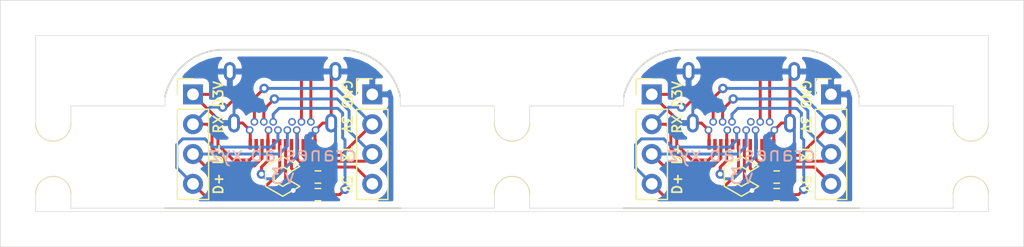
<source format=kicad_pcb>
(kicad_pcb (version 20211014) (generator pcbnew)
  (layers (0 "F.Cu" signal) (31 "B.Cu" signal) (34 "B.Paste" user) (35 "F.Paste" user) (36 "B.SilkS" user "B.Silkscreen") (37 "F.SilkS" user "F.Silkscreen") (38 "B.Mask" user) (39 "F.Mask" user) (44 "Edge.Cuts" user))
  (net 0 "")
  (net 1 "GND")
  (net 2 "3V3")
  (net 3 "TX-")
  (net 4 "VBUS")
  (net 5 "Net-(J1-PadA5)")
  (net 6 "D+")
  (net 7 "D-")
  (net 8 "Net-(J1-PadA8)")
  (net 9 "RX-")
  (net 10 "D3V")
  (net 11 "Net-(J1-PadB5)")
  (net 12 "Net-(J1-PadB8)")
  (footprint "Model_S:PinHeader_1x04_P2.54mm_Vertical" (layer "F.Cu") (at 47.62 33.015)
    (fp_text reference "J3" hide)
    (fp_text value "Conn_01x04")
    (pad "1" thru_hole rect locked (at 0 0) (size 1.7 1.7) (drill 1) (layers *.Cu *.Mask) (net 1 "GND"))
    (pad "2" thru_hole oval locked (at 0 2.54) (size 1.7 1.7) (drill 1) (layers *.Cu *.Mask) (net 2 "3V3"))
    (pad "3" thru_hole oval locked (at 0 5.08) (size 1.7 1.7) (drill 1) (layers *.Cu *.Mask) (net 3 "TX-"))
    (pad "4" thru_hole oval locked (at 0 7.62) (size 1.7 1.7) (drill 1) (layers *.Cu *.Mask) (net 4 "VBUS"))
  )
  (footprint "Model_S:Shou Han Type-C 24P QCHT" (layer "F.Cu") (at 40 29.205 180)
    (fp_text reference "J1" hide)
    (fp_text value "USB_C_Receptacle")
    (pad "" np_thru_hole circle locked (at -3.6 -7.5 180) (size 0.7 0.7) (drill 0.7) (layers *.Cu *.Mask))
    (pad "" np_thru_hole circle locked (at 3.75 -7.5 180) (size 0.7 0.7) (drill 0.7) (layers *.Cu *.Mask))
    (pad "A1" smd rect locked (at -2.75 -8.06 180) (size 0.3 0.9) (layers "F.Cu" "F.Paste" "F.Mask") (net 1 "GND"))
    (pad "A2" smd rect locked (at -2.25 -8.06 180) (size 0.3 0.9) (layers "F.Cu" "F.Paste" "F.Mask") (net 2 "3V3"))
    (pad "A3" smd rect locked (at -1.75 -8.06 180) (size 0.3 0.9) (layers "F.Cu" "F.Paste" "F.Mask") (net 3 "TX-"))
    (pad "A4" smd rect locked (at -1.25 -8.06 180) (size 0.3 0.9) (layers "F.Cu" "F.Paste" "F.Mask") (net 4 "VBUS"))
    (pad "A5" smd rect locked (at -0.75 -8.06 180) (size 0.3 0.9) (layers "F.Cu" "F.Paste" "F.Mask") (net 5 "Net-(J1-PadA5)"))
    (pad "A6" smd rect locked (at -0.25 -8.06 180) (size 0.3 0.9) (layers "F.Cu" "F.Paste" "F.Mask") (net 6 "D+"))
    (pad "A7" smd rect locked (at 0.25 -8.06 180) (size 0.3 0.9) (layers "F.Cu" "F.Paste" "F.Mask") (net 7 "D-"))
    (pad "A8" smd rect locked (at 0.75 -8.06 180) (size 0.3 0.9) (layers "F.Cu" "F.Paste" "F.Mask") (net 8 "Net-(J1-PadA8)"))
    (pad "A9" smd rect locked (at 1.25 -8.06 180) (size 0.3 0.9) (layers "F.Cu" "F.Paste" "F.Mask") (net 4 "VBUS"))
    (pad "A10" smd rect locked (at 1.75 -8.06 180) (size 0.3 0.9) (layers "F.Cu" "F.Paste" "F.Mask") (net 9 "RX-"))
    (pad "A11" smd rect locked (at 2.25 -8.06 180) (size 0.3 0.9) (layers "F.Cu" "F.Paste" "F.Mask") (net 10 "D3V"))
    (pad "A12" smd rect locked (at 2.75 -8.06 180) (size 0.3 0.9) (layers "F.Cu" "F.Paste" "F.Mask") (net 1 "GND"))
    (pad "B1" thru_hole circle locked (at 2.8 -6.85 180) (size 0.65 0.65) (drill 0.4) (layers *.Cu *.Mask) (net 1 "GND"))
    (pad "B2" thru_hole circle locked (at 2.4 -6.15 180) (size 0.65 0.65) (drill 0.4) (layers *.Cu *.Mask) (net 2 "3V3"))
    (pad "B3" thru_hole circle locked (at 1.6 -6.15 180) (size 0.65 0.65) (drill 0.4) (layers *.Cu *.Mask) (net 3 "TX-"))
    (pad "B4" thru_hole circle locked (at 1.2 -6.85 180) (size 0.65 0.65) (drill 0.4) (layers *.Cu *.Mask) (net 4 "VBUS"))
    (pad "B5" thru_hole circle locked (at 0.8 -6.15 180) (size 0.65 0.65) (drill 0.4) (layers *.Cu *.Mask) (net 11 "Net-(J1-PadB5)"))
    (pad "B6" thru_hole circle locked (at 0.4 -6.85 180) (size 0.65 0.65) (drill 0.4) (layers *.Cu *.Mask) (net 6 "D+"))
    (pad "B7" thru_hole circle locked (at -0.4 -6.85 180) (size 0.65 0.65) (drill 0.4) (layers *.Cu *.Mask) (net 7 "D-"))
    (pad "B8" thru_hole circle locked (at -0.8 -6.15 180) (size 0.65 0.65) (drill 0.4) (layers *.Cu *.Mask) (net 12 "Net-(J1-PadB8)"))
    (pad "B9" thru_hole circle locked (at -1.2 -6.85 180) (size 0.65 0.65) (drill 0.4) (layers *.Cu *.Mask) (net 4 "VBUS"))
    (pad "B10" thru_hole circle locked (at -1.6 -6.15 180) (size 0.65 0.65) (drill 0.4) (layers *.Cu *.Mask) (net 9 "RX-"))
    (pad "B11" thru_hole circle locked (at -2.4 -6.15 180) (size 0.65 0.65) (drill 0.4) (layers *.Cu *.Mask) (net 10 "D3V"))
    (pad "B12" thru_hole circle locked (at -2.8 -6.85 180) (size 0.65 0.65) (drill 0.4) (layers *.Cu *.Mask) (net 1 "GND"))
    (pad "S1" thru_hole oval locked (at -4.13 -6.25 180) (size 1 1.6) (drill oval 0.5 1.1) (layers *.Cu *.Mask) (net 1 "GND"))
    (pad "S1" thru_hole oval locked (at 4.49 -1.86 180) (size 1 1.6) (drill oval 0.5 1.1) (layers *.Cu *.Mask) (net 1 "GND"))
    (pad "S1" thru_hole oval locked (at 4.13 -6.25 180) (size 1 1.6) (drill oval 0.5 1.1) (layers *.Cu *.Mask) (net 1 "GND"))
    (pad "S1" thru_hole oval locked (at -4.49 -1.86 180) (size 1 1.6) (drill oval 0.5 1.1) (layers *.Cu *.Mask) (net 1 "GND"))
  )
  (footprint "Model_S:PinHeader_1x04_P2.54mm_Vertical" (layer "F.Cu") (at 32.38 33.015)
    (fp_text reference "J2" hide)
    (fp_text value "Conn_01x04")
    (pad "1" thru_hole rect locked (at 0 0) (size 1.7 1.7) (drill 1) (layers *.Cu *.Mask) (net 10 "D3V"))
    (pad "2" thru_hole oval locked (at 0 2.54) (size 1.7 1.7) (drill 1) (layers *.Cu *.Mask) (net 9 "RX-"))
    (pad "3" thru_hole oval locked (at 0 5.08) (size 1.7 1.7) (drill 1) (layers *.Cu *.Mask) (net 7 "D-"))
    (pad "4" thru_hole oval locked (at 0 7.62) (size 1.7 1.7) (drill 1) (layers *.Cu *.Mask) (net 6 "D+"))
  )
  (footprint "Model_S:USBC_C_Logo" (layer "F.Cu") (at 40 40)
    (fp_text reference "G***" hide)
    (fp_text value "LOGO" hide)
  )
  (footprint "Resistor_SMD:R_0603_1608Metric" (layer "F.Cu") (at 43 40.055 180)
    (fp_text reference "R1" hide)
    (fp_text value "R" hide)
    (pad "1" smd roundrect locked (at -0.825 0 180) (size 0.8 0.95) (layers "F.Cu" "F.Paste" "F.Mask") (net 1 "GND"))
    (pad "2" smd roundrect locked (at 0.825 0 180) (size 0.8 0.95) (layers "F.Cu" "F.Paste" "F.Mask") (net 5 "Net-(J1-PadA5)"))
  )
  (footprint "Resistor_SMD:R_0603_1608Metric" (layer "F.Cu") (at 43 41.555 180)
    (fp_text reference "R2" hide)
    (fp_text value "R" hide)
    (pad "1" smd roundrect locked (at -0.825 0 180) (size 0.8 0.95) (layers "F.Cu" "F.Paste" "F.Mask") (net 11 "Net-(J1-PadB5)"))
    (pad "2" smd roundrect locked (at 0.825 0 180) (size 0.8 0.95) (layers "F.Cu" "F.Paste" "F.Mask") (net 1 "GND"))
  )
  (footprint "Model_S:PinHeader_1x04_P2.54mm_Vertical" (layer "F.Cu") (at 86.62 33.015)
    (fp_text reference "J3" hide)
    (fp_text value "Conn_01x04")
    (pad "1" thru_hole rect locked (at 0 0) (size 1.7 1.7) (drill 1) (layers *.Cu *.Mask) (net 1 "GND"))
    (pad "2" thru_hole oval locked (at 0 2.54) (size 1.7 1.7) (drill 1) (layers *.Cu *.Mask) (net 2 "3V3"))
    (pad "3" thru_hole oval locked (at 0 5.08) (size 1.7 1.7) (drill 1) (layers *.Cu *.Mask) (net 3 "TX-"))
    (pad "4" thru_hole oval locked (at 0 7.62) (size 1.7 1.7) (drill 1) (layers *.Cu *.Mask) (net 4 "VBUS"))
  )
  (footprint "Model_S:PinHeader_1x04_P2.54mm_Vertical" (layer "F.Cu") (at 71.38 33.015)
    (fp_text reference "J2" hide)
    (fp_text value "Conn_01x04")
    (pad "1" thru_hole rect locked (at 0 0) (size 1.7 1.7) (drill 1) (layers *.Cu *.Mask) (net 10 "D3V"))
    (pad "2" thru_hole oval locked (at 0 2.54) (size 1.7 1.7) (drill 1) (layers *.Cu *.Mask) (net 9 "RX-"))
    (pad "3" thru_hole oval locked (at 0 5.08) (size 1.7 1.7) (drill 1) (layers *.Cu *.Mask) (net 7 "D-"))
    (pad "4" thru_hole oval locked (at 0 7.62) (size 1.7 1.7) (drill 1) (layers *.Cu *.Mask) (net 6 "D+"))
  )
  (footprint "panelization:mouse-bite-3mm-slot" (layer "F.Cu") (at 98.5 38.5 90)
    (fp_text reference "mouse-bite-3mm-slot" hide)
    (fp_text value "VAL**" hide)
    (pad "" np_thru_hole circle locked (at -0.762 1.5 90) (size 0.5 0.5) (drill 0.5) (layers *.Cu *.Mask))
    (pad "" np_thru_hole circle locked (at -1.512 -1.5 90) (size 0.5 0.5) (drill 0.5) (layers *.Cu *.Mask))
    (pad "" np_thru_hole circle locked (at 1.524 1.5 90) (size 0.5 0.5) (drill 0.5) (layers *.Cu *.Mask))
    (pad "" np_thru_hole circle locked (at 1.524 -1.5 90) (size 0.5 0.5) (drill 0.5) (layers *.Cu *.Mask))
    (pad "" np_thru_hole circle locked (at -0.75 -1.5 90) (size 0.5 0.5) (drill 0.5) (layers *.Cu *.Mask))
    (pad "" np_thru_hole circle locked (at 0.75 -1.5 90) (size 0.5 0.5) (drill 0.5) (layers *.Cu *.Mask))
    (pad "" np_thru_hole circle locked (at 0 -1.5 90) (size 0.5 0.5) (drill 0.5) (layers *.Cu *.Mask))
    (pad "" np_thru_hole circle locked (at 0.75 1.5 90) (size 0.5 0.5) (drill 0.5) (layers *.Cu *.Mask))
    (pad "" np_thru_hole circle locked (at -1.512 1.5 90) (size 0.5 0.5) (drill 0.5) (layers *.Cu *.Mask))
    (pad "" np_thru_hole circle locked (at 0 1.5 90) (size 0.5 0.5) (drill 0.5) (layers *.Cu *.Mask))
  )
  (footprint "MountingHole:MountingHole_3.2mm_M3" (layer "F.Cu") (at 65.03 38.095)
    (fp_text reference "REF**" hide)
    (fp_text value "MountingHole_3.2mm_M3")
    (pad "" np_thru_hole circle (at 0 0) (size 3.2 3.2) (drill 3.2) (layers *.Cu *.Mask))
  )
  (footprint "MountingHole:MountingHole_3.2mm_M3" (layer "F.Cu") (at 26.03 38.095)
    (fp_text reference "REF**" hide)
    (fp_text value "MountingHole_3.2mm_M3")
    (pad "" np_thru_hole circle (at 0 0) (size 3.2 3.2) (drill 3.2) (layers *.Cu *.Mask))
  )
  (footprint "Model_S:USBC_C_Logo" (layer "F.Cu") (at 79 40)
    (fp_text reference "G***" hide)
    (fp_text value "LOGO" hide)
  )
  (footprint "panelization:mouse-bite-3mm-slot" (layer "F.Cu") (at 20.5 38.5 90)
    (fp_text reference "mouse-bite-3mm-slot" hide)
    (fp_text value "VAL**" hide)
    (pad "" np_thru_hole circle locked (at -1.512 -1.5 90) (size 0.5 0.5) (drill 0.5) (layers *.Cu *.Mask))
    (pad "" np_thru_hole circle locked (at 0 -1.5 90) (size 0.5 0.5) (drill 0.5) (layers *.Cu *.Mask))
    (pad "" np_thru_hole circle locked (at 0.75 1.5 90) (size 0.5 0.5) (drill 0.5) (layers *.Cu *.Mask))
    (pad "" np_thru_hole circle locked (at -1.512 1.5 90) (size 0.5 0.5) (drill 0.5) (layers *.Cu *.Mask))
    (pad "" np_thru_hole circle locked (at 0 1.5 90) (size 0.5 0.5) (drill 0.5) (layers *.Cu *.Mask))
    (pad "" np_thru_hole circle locked (at -0.75 -1.5 90) (size 0.5 0.5) (drill 0.5) (layers *.Cu *.Mask))
    (pad "" np_thru_hole circle locked (at -0.762 1.5 90) (size 0.5 0.5) (drill 0.5) (layers *.Cu *.Mask))
    (pad "" np_thru_hole circle locked (at 1.524 -1.5 90) (size 0.5 0.5) (drill 0.5) (layers *.Cu *.Mask))
    (pad "" np_thru_hole circle locked (at 1.524 1.5 90) (size 0.5 0.5) (drill 0.5) (layers *.Cu *.Mask))
    (pad "" np_thru_hole circle locked (at 0.75 -1.5 90) (size 0.5 0.5) (drill 0.5) (layers *.Cu *.Mask))
  )
  (footprint "panelization:mouse-bite-3mm-slot" (layer "F.Cu") (at 59.5 38.5 90)
    (fp_text reference "mouse-bite-3mm-slot" hide)
    (fp_text value "VAL**" hide)
    (pad "" np_thru_hole circle locked (at 0 -1.5 90) (size 0.5 0.5) (drill 0.5) (layers *.Cu *.Mask))
    (pad "" np_thru_hole circle locked (at -1.512 1.5 90) (size 0.5 0.5) (drill 0.5) (layers *.Cu *.Mask))
    (pad "" np_thru_hole circle locked (at 0.75 -1.5 90) (size 0.5 0.5) (drill 0.5) (layers *.Cu *.Mask))
    (pad "" np_thru_hole circle locked (at -1.512 -1.5 90) (size 0.5 0.5) (drill 0.5) (layers *.Cu *.Mask))
    (pad "" np_thru_hole circle locked (at 0.75 1.5 90) (size 0.5 0.5) (drill 0.5) (layers *.Cu *.Mask))
    (pad "" np_thru_hole circle locked (at -0.75 -1.5 90) (size 0.5 0.5) (drill 0.5) (layers *.Cu *.Mask))
    (pad "" np_thru_hole circle locked (at 1.524 1.5 90) (size 0.5 0.5) (drill 0.5) (layers *.Cu *.Mask))
    (pad "" np_thru_hole circle locked (at 0 1.5 90) (size 0.5 0.5) (drill 0.5) (layers *.Cu *.Mask))
    (pad "" np_thru_hole circle locked (at -0.762 1.5 90) (size 0.5 0.5) (drill 0.5) (layers *.Cu *.Mask))
    (pad "" np_thru_hole circle locked (at 1.524 -1.5 90) (size 0.5 0.5) (drill 0.5) (layers *.Cu *.Mask))
  )
  (footprint "MountingHole:MountingHole_3.2mm_M3" (layer "F.Cu") (at 53.97 38.095)
    (fp_text reference "REF**" hide)
    (fp_text value "MountingHole_3.2mm_M3")
    (pad "" np_thru_hole circle (at 0 0) (size 3.2 3.2) (drill 3.2) (layers *.Cu *.Mask))
  )
  (footprint "Model_S:Shou Han Type-C 24P QCHT" (layer "F.Cu") (at 79 29.205 180)
    (fp_text reference "J1" hide)
    (fp_text value "USB_C_Receptacle")
    (pad "" np_thru_hole circle locked (at 3.75 -7.5 180) (size 0.7 0.7) (drill 0.7) (layers *.Cu *.Mask))
    (pad "" np_thru_hole circle locked (at -3.6 -7.5 180) (size 0.7 0.7) (drill 0.7) (layers *.Cu *.Mask))
    (pad "A1" smd rect locked (at -2.75 -8.06 180) (size 0.3 0.9) (layers "F.Cu" "F.Paste" "F.Mask") (net 1 "GND"))
    (pad "A2" smd rect locked (at -2.25 -8.06 180) (size 0.3 0.9) (layers "F.Cu" "F.Paste" "F.Mask") (net 2 "3V3"))
    (pad "A3" smd rect locked (at -1.75 -8.06 180) (size 0.3 0.9) (layers "F.Cu" "F.Paste" "F.Mask") (net 3 "TX-"))
    (pad "A4" smd rect locked (at -1.25 -8.06 180) (size 0.3 0.9) (layers "F.Cu" "F.Paste" "F.Mask") (net 4 "VBUS"))
    (pad "A5" smd rect locked (at -0.75 -8.06 180) (size 0.3 0.9) (layers "F.Cu" "F.Paste" "F.Mask") (net 5 "Net-(J1-PadA5)"))
    (pad "A6" smd rect locked (at -0.25 -8.06 180) (size 0.3 0.9) (layers "F.Cu" "F.Paste" "F.Mask") (net 6 "D+"))
    (pad "A7" smd rect locked (at 0.25 -8.06 180) (size 0.3 0.9) (layers "F.Cu" "F.Paste" "F.Mask") (net 7 "D-"))
    (pad "A8" smd rect locked (at 0.75 -8.06 180) (size 0.3 0.9) (layers "F.Cu" "F.Paste" "F.Mask") (net 8 "Net-(J1-PadA8)"))
    (pad "A9" smd rect locked (at 1.25 -8.06 180) (size 0.3 0.9) (layers "F.Cu" "F.Paste" "F.Mask") (net 4 "VBUS"))
    (pad "A10" smd rect locked (at 1.75 -8.06 180) (size 0.3 0.9) (layers "F.Cu" "F.Paste" "F.Mask") (net 9 "RX-"))
    (pad "A11" smd rect locked (at 2.25 -8.06 180) (size 0.3 0.9) (layers "F.Cu" "F.Paste" "F.Mask") (net 10 "D3V"))
    (pad "A12" smd rect locked (at 2.75 -8.06 180) (size 0.3 0.9) (layers "F.Cu" "F.Paste" "F.Mask") (net 1 "GND"))
    (pad "B1" thru_hole circle locked (at 2.8 -6.85 180) (size 0.65 0.65) (drill 0.4) (layers *.Cu *.Mask) (net 1 "GND"))
    (pad "B2" thru_hole circle locked (at 2.4 -6.15 180) (size 0.65 0.65) (drill 0.4) (layers *.Cu *.Mask) (net 2 "3V3"))
    (pad "B3" thru_hole circle locked (at 1.6 -6.15 180) (size 0.65 0.65) (drill 0.4) (layers *.Cu *.Mask) (net 3 "TX-"))
    (pad "B4" thru_hole circle locked (at 1.2 -6.85 180) (size 0.65 0.65) (drill 0.4) (layers *.Cu *.Mask) (net 4 "VBUS"))
    (pad "B5" thru_hole circle locked (at 0.8 -6.15 180) (size 0.65 0.65) (drill 0.4) (layers *.Cu *.Mask) (net 11 "Net-(J1-PadB5)"))
    (pad "B6" thru_hole circle locked (at 0.4 -6.85 180) (size 0.65 0.65) (drill 0.4) (layers *.Cu *.Mask) (net 6 "D+"))
    (pad "B7" thru_hole circle locked (at -0.4 -6.85 180) (size 0.65 0.65) (drill 0.4) (layers *.Cu *.Mask) (net 7 "D-"))
    (pad "B8" thru_hole circle locked (at -0.8 -6.15 180) (size 0.65 0.65) (drill 0.4) (layers *.Cu *.Mask) (net 12 "Net-(J1-PadB8)"))
    (pad "B9" thru_hole circle locked (at -1.2 -6.85 180) (size 0.65 0.65) (drill 0.4) (layers *.Cu *.Mask) (net 4 "VBUS"))
    (pad "B10" thru_hole circle locked (at -1.6 -6.15 180) (size 0.65 0.65) (drill 0.4) (layers *.Cu *.Mask) (net 9 "RX-"))
    (pad "B11" thru_hole circle locked (at -2.4 -6.15 180) (size 0.65 0.65) (drill 0.4) (layers *.Cu *.Mask) (net 10 "D3V"))
    (pad "B12" thru_hole circle locked (at -2.8 -6.85 180) (size 0.65 0.65) (drill 0.4) (layers *.Cu *.Mask) (net 1 "GND"))
    (pad "S1" thru_hole oval locked (at -4.13 -6.25 180) (size 1 1.6) (drill oval 0.5 1.1) (layers *.Cu *.Mask) (net 1 "GND"))
    (pad "S1" thru_hole oval locked (at 4.13 -6.25 180) (size 1 1.6) (drill oval 0.5 1.1) (layers *.Cu *.Mask) (net 1 "GND"))
    (pad "S1" thru_hole oval locked (at -4.49 -1.86 180) (size 1 1.6) (drill oval 0.5 1.1) (layers *.Cu *.Mask) (net 1 "GND"))
    (pad "S1" thru_hole oval locked (at 4.49 -1.86 180) (size 1 1.6) (drill oval 0.5 1.1) (layers *.Cu *.Mask) (net 1 "GND"))
  )
  (footprint "Resistor_SMD:R_0603_1608Metric" (layer "F.Cu") (at 82 41.555 180)
    (fp_text reference "R2" hide)
    (fp_text value "R" hide)
    (pad "1" smd roundrect locked (at -0.825 0 180) (size 0.8 0.95) (layers "F.Cu" "F.Paste" "F.Mask") (net 11 "Net-(J1-PadB5)"))
    (pad "2" smd roundrect locked (at 0.825 0 180) (size 0.8 0.95) (layers "F.Cu" "F.Paste" "F.Mask") (net 1 "GND"))
  )
  (footprint "Resistor_SMD:R_0603_1608Metric" (layer "F.Cu") (at 82 40.055 180)
    (fp_text reference "R1" hide)
    (fp_text value "R" hide)
    (pad "1" smd roundrect locked (at -0.825 0 180) (size 0.8 0.95) (layers "F.Cu" "F.Paste" "F.Mask") (net 1 "GND"))
    (pad "2" smd roundrect locked (at 0.825 0 180) (size 0.8 0.95) (layers "F.Cu" "F.Paste" "F.Mask") (net 5 "Net-(J1-PadA5)"))
  )
  (footprint "MountingHole:MountingHole_3.2mm_M3" (layer "F.Cu") (at 92.97 38.095)
    (fp_text reference "REF**" hide)
    (fp_text value "MountingHole_3.2mm_M3")
    (pad "" np_thru_hole circle (at 0 0) (size 3.2 3.2) (drill 3.2) (layers *.Cu *.Mask))
  )
  (gr_line (start 35 29.205) (end 45 29.205) (layer "Edge.Cuts") (width 0.1524))
  (gr_arc (start 45 29.205) (mid 48.201562 30.328047) (end 50 33.205) (layer "Edge.Cuts") (width 0.1524))
  (gr_arc (start 30 33.205) (mid 31.798438 30.328047) (end 35 29.205) (layer "Edge.Cuts") (width 0.1524))
  (gr_line (start 30 42.705) (end 50 42.705) (layer "Edge.Cuts") (width 0.1524))
  (gr_line (start 58 35.5) (end 58 34) (layer "Edge.Cuts") (width 0.05))
  (gr_line (start 50 33.205) (end 50 34) (layer "Edge.Cuts") (width 0.05))
  (gr_arc (start 100 35.5) (mid 98.5 37) (end 97 35.5) (layer "Edge.Cuts") (width 0.05))
  (gr_line (start 100 35.5) (end 100 28) (layer "Edge.Cuts") (width 0.05))
  (gr_arc (start 58 41.5) (mid 59.5 40) (end 61 41.5) (layer "Edge.Cuts") (width 0.05))
  (gr_line (start 22 42.705) (end 22.38 42.705) (layer "Edge.Cuts") (width 0.05))
  (gr_line (start 19 43) (end 19 41.5) (layer "Edge.Cuts") (width 0.05))
  (gr_line (start 69 33.205) (end 69 34) (layer "Edge.Cuts") (width 0.05))
  (gr_line (start 50 34) (end 58 34) (layer "Edge.Cuts") (width 0.05))
  (gr_line (start 16 25) (end 16 46) (layer "Edge.Cuts") (width 0.05))
  (gr_arc (start 19 41.5) (mid 20.5 40) (end 22 41.5) (layer "Edge.Cuts") (width 0.05))
  (gr_line (start 58 42.705) (end 57.62 42.705) (layer "Edge.Cuts") (width 0.05))
  (gr_arc (start 97 41.5) (mid 98.5 40) (end 100 41.5) (layer "Edge.Cuts") (width 0.05))
  (gr_line (start 16 46) (end 103 46) (layer "Edge.Cuts") (width 0.05))
  (gr_line (start 61 41.5) (end 61 42.705) (layer "Edge.Cuts") (width 0.05))
  (gr_line (start 97 41.5) (end 97 42.705) (layer "Edge.Cuts") (width 0.05))
  (gr_arc (start 61 35.5) (mid 59.5 37) (end 58 35.5) (layer "Edge.Cuts") (width 0.05))
  (gr_line (start 30 34) (end 22 34) (layer "Edge.Cuts") (width 0.05))
  (gr_line (start 69 34) (end 61 34) (layer "Edge.Cuts") (width 0.05))
  (gr_line (start 16 25) (end 103 25) (layer "Edge.Cuts") (width 0.05))
  (gr_line (start 69 42.705) (end 89 42.705) (layer "Edge.Cuts") (width 0.1524))
  (gr_arc (start 69 33.205) (mid 70.798438 30.328047) (end 74 29.205) (layer "Edge.Cuts") (width 0.1524))
  (gr_line (start 100 43) (end 19 43) (layer "Edge.Cuts") (width 0.05))
  (gr_line (start 97 35.5) (end 97 34) (layer "Edge.Cuts") (width 0.05))
  (gr_line (start 100 41.5) (end 100 43) (layer "Edge.Cuts") (width 0.05))
  (gr_line (start 58 41.5) (end 58 42.705) (layer "Edge.Cuts") (width 0.05))
  (gr_line (start 89 33.205) (end 89 34) (layer "Edge.Cuts") (width 0.05))
  (gr_line (start 19 28) (end 19 35.5) (layer "Edge.Cuts") (width 0.05))
  (gr_line (start 61 42.705) (end 61.38 42.705) (layer "Edge.Cuts") (width 0.05))
  (gr_arc (start 22 35.5) (mid 20.5 37) (end 19 35.5) (layer "Edge.Cuts") (width 0.05))
  (gr_line (start 61 35.5) (end 61 34) (layer "Edge.Cuts") (width 0.05))
  (gr_line (start 57.62 42.705) (end 50 42.705) (layer "Edge.Cuts") (width 0.05))
  (gr_line (start 103 46) (end 103 25) (layer "Edge.Cuts") (width 0.05))
  (gr_line (start 89 34) (end 97 34) (layer "Edge.Cuts") (width 0.05))
  (gr_line (start 30 33.205) (end 30 34) (layer "Edge.Cuts") (width 0.05))
  (gr_line (start 97 42.705) (end 96.62 42.705) (layer "Edge.Cuts") (width 0.05))
  (gr_line (start 22 35.5) (end 22 34) (layer "Edge.Cuts") (width 0.05))
  (gr_line (start 22.38 42.705) (end 30 42.705) (layer "Edge.Cuts") (width 0.05))
  (gr_arc (start 84 29.205) (mid 87.201562 30.328047) (end 89 33.205) (layer "Edge.Cuts") (width 0.1524))
  (gr_line (start 61.38 42.705) (end 69 42.705) (layer "Edge.Cuts") (width 0.05))
  (gr_line (start 96.62 42.705) (end 89 42.705) (layer "Edge.Cuts") (width 0.05))
  (gr_line (start 22 41.5) (end 22 42.705) (layer "Edge.Cuts") (width 0.05))
  (gr_line (start 100 28) (end 19 28) (layer "Edge.Cuts") (width 0.05))
  (gr_line (start 74 29.205) (end 84 29.205) (layer "Edge.Cuts") (width 0.1524))
  (gr_text "craneslab.xyz" (at 79 38.095) (layer "B.SilkS") (effects (font (size 1.25 1.25)) (justify mirror)))
  (gr_text "v3" (at 40 40) (layer "B.SilkS") (effects (font (size 1.25 1.25)) (justify mirror)))
  (gr_text "v3" (at 79 40) (layer "B.SilkS") (effects (font (size 1.25 1.25)) (justify mirror)))
  (gr_text "craneslab.xyz" (at 40 38.095) (layer "B.SilkS") (effects (font (size 1.25 1.25)) (justify mirror)))
  (gr_text "TX" (at 45.461 38.095 -90) (layer "F.SilkS") (effects (font (size 0.8 0.8))))
  (gr_text "D+" (at 34.539 40.635 90) (layer "F.SilkS") (effects (font (size 0.8 0.8))))
  (gr_text "GND" (at 45.461 33.015 -90) (layer "F.SilkS") (effects (font (size 0.8 0.8))))
  (gr_text "D3V" (at 34.539 33.015 90) (layer "F.SilkS") (effects (font (size 0.8 0.8))))
  (gr_text "5V\n" (at 45.461 40.635 -90) (layer "F.SilkS") (effects (font (size 0.8 0.8))))
  (gr_text "D-" (at 34.539 38.095 90) (layer "F.SilkS") (effects (font (size 0.8 0.8))))
  (gr_text "RX" (at 34.539 35.555 90) (layer "F.SilkS") (effects (font (size 0.8 0.8))))
  (gr_text "3V" (at 45.461 35.555 -90) (layer "F.SilkS") (effects (font (size 0.8 0.8))))
  (gr_text "D3V" (at 73.539 33.015 90) (layer "F.SilkS") (effects (font (size 0.8 0.8))))
  (gr_text "3V" (at 84.461 35.555 -90) (layer "F.SilkS") (effects (font (size 0.8 0.8))))
  (gr_text "GND" (at 84.461 33.015 -90) (layer "F.SilkS") (effects (font (size 0.8 0.8))))
  (gr_text "D+" (at 73.539 40.635 90) (layer "F.SilkS") (effects (font (size 0.8 0.8))))
  (gr_text "TX" (at 84.461 38.095 -90) (layer "F.SilkS") (effects (font (size 0.8 0.8))))
  (gr_text "5V\n" (at 84.461 40.635 -90) (layer "F.SilkS") (effects (font (size 0.8 0.8))))
  (gr_text "RX" (at 73.539 35.555 90) (layer "F.SilkS") (effects (font (size 0.8 0.8))))
  (gr_text "D-" (at 73.539 38.095 90) (layer "F.SilkS") (effects (font (size 0.8 0.8))))
  (segment (start 82.4 35.455) (end 81.8 36.055) (width 0.25) (layer "F.Cu") (net 1))
  (segment (start 37.25 37.265) (end 37.25 36.105) (width 0.25) (layer "F.Cu") (net 1))
  (segment (start 41.25 41.555) (end 40.9 41.205) (width 0.25) (layer "F.Cu") (net 1))
  (segment (start 74.87 35.455) (end 75.6 35.455) (width 0.25) (layer "F.Cu") (net 1))
  (segment (start 83.13 35.455) (end 83.13 31.425) (width 0.25) (layer "F.Cu") (net 1))
  (segment (start 81.75 37.265) (end 81.75 36.105) (width 0.25) (layer "F.Cu") (net 1))
  (segment (start 42.175 41.555) (end 42.325 41.555) (width 0.25) (layer "F.Cu") (net 1))
  (segment (start 44.13 35.455) (end 43.4 35.455) (width 0.25) (layer "F.Cu") (net 1))
  (segment (start 75.6 35.455) (end 76.2 36.055) (width 0.25) (layer "F.Cu") (net 1))
  (segment (start 81.75 36.105) (end 81.8 36.055) (width 0.25) (layer "F.Cu") (net 1))
  (segment (start 83.13 31.425) (end 83.49 31.065) (width 0.25) (layer "F.Cu") (net 1))
  (segment (start 44.13 31.425) (end 44.49 31.065) (width 0.25) (layer "F.Cu") (net 1))
  (segment (start 42.75 36.105) (end 42.8 36.055) (width 0.25) (layer "F.Cu") (net 1))
  (segment (start 81.325 41.555) (end 82.825 40.055) (width 0.25) (layer "F.Cu") (net 1))
  (segment (start 76.25 36.105) (end 76.2 36.055) (width 0.25) (layer "F.Cu") (net 1))
  (segment (start 83.13 35.455) (end 82.4 35.455) (width 0.25) (layer "F.Cu") (net 1))
  (segment (start 37.25 36.105) (end 37.2 36.055) (width 0.25) (layer "F.Cu") (net 1))
  (segment (start 42.325 41.555) (end 43.825 40.055) (width 0.25) (layer "F.Cu") (net 1))
  (segment (start 36.6 35.455) (end 37.2 36.055) (width 0.25) (layer "F.Cu") (net 1))
  (segment (start 80.25 41.555) (end 79.9 41.205) (width 0.25) (layer "F.Cu") (net 1))
  (segment (start 81.175 41.555) (end 80.25 41.555) (width 0.25) (layer "F.Cu") (net 1))
  (segment (start 43.4 35.455) (end 42.8 36.055) (width 0.25) (layer "F.Cu") (net 1))
  (segment (start 42.175 41.555) (end 41.25 41.555) (width 0.25) (layer "F.Cu") (net 1))
  (segment (start 76.25 37.265) (end 76.25 36.105) (width 0.25) (layer "F.Cu") (net 1))
  (segment (start 81.175 41.555) (end 81.325 41.555) (width 0.25) (layer "F.Cu") (net 1))
  (segment (start 35.87 35.455) (end 36.6 35.455) (width 0.25) (layer "F.Cu") (net 1))
  (segment (start 44.13 35.455) (end 44.13 31.425) (width 0.25) (layer "F.Cu") (net 1))
  (segment (start 42.75 37.265) (end 42.75 36.105) (width 0.25) (layer "F.Cu") (net 1))
  (via (at 79.9 41.205) (size 0.8) (drill 0.4) (layers "F.Cu" "B.Cu") (net 1))
  (via (at 40.9 41.205) (size 0.8) (drill 0.4) (layers "F.Cu" "B.Cu") (net 1))
  (segment (start 79.9 41.205) (end 79.9 39.605) (width 0.25) (layer "B.Cu") (net 1))
  (segment (start 83.5 35.825) (end 83.13 35.455) (width 0.25) (layer "B.Cu") (net 1))
  (segment (start 74.87 32.775) (end 74.87 35.455) (width 0.25) (layer "B.Cu") (net 1))
  (segment (start 41.6 38.905) (end 43.2 38.905) (width 0.25) (layer "B.Cu") (net 1))
  (segment (start 40.9 41.205) (end 40.9 39.605) (width 0.25) (layer "B.Cu") (net 1))
  (segment (start 35.51 31.065) (end 35.51 32.415) (width 0.25) (layer "B.Cu") (net 1))
  (segment (start 43.2 38.905) (end 44.5 37.605) (width 0.25) (layer "B.Cu") (net 1))
  (segment (start 44.5 37.605) (end 44.5 35.825) (width 0.25) (layer "B.Cu") (net 1))
  (segment (start 35.51 32.415) (end 35.87 32.775) (width 0.25) (layer "B.Cu") (net 1))
  (segment (start 74.51 32.415) (end 74.87 32.775) (width 0.25) (layer "B.Cu") (net 1))
  (segment (start 40.9 39.605) (end 41.6 38.905) (width 0.25) (layer "B.Cu") (net 1))
  (segment (start 80.6 38.905) (end 82.2 38.905) (width 0.25) (layer "B.Cu") (net 1))
  (segment (start 44.5 35.825) (end 44.13 35.455) (width 0.25) (layer "B.Cu") (net 1))
  (segment (start 82.2 38.905) (end 83.5 37.605) (width 0.25) (layer "B.Cu") (net 1))
  (segment (start 74.51 31.065) (end 74.51 32.415) (width 0.25) (layer "B.Cu") (net 1))
  (segment (start 35.87 32.775) (end 35.87 35.455) (width 0.25) (layer "B.Cu") (net 1))
  (segment (start 83.5 37.605) (end 83.5 35.825) (width 0.25) (layer "B.Cu") (net 1))
  (segment (start 79.9 39.605) (end 80.6 38.905) (width 0.25) (layer "B.Cu") (net 1))
  (segment (start 76.6 33.330782) (end 77.425782 32.505) (width 0.25) (layer "F.Cu") (net 2))
  (segment (start 86.62 35.555) (end 83.97 38.205) (width 0.25) (layer "F.Cu") (net 2))
  (segment (start 37.6 35.355) (end 37.6 33.330782) (width 0.25) (layer "F.Cu") (net 2))
  (segment (start 37.6 33.330782) (end 38.425782 32.505) (width 0.25) (layer "F.Cu") (net 2))
  (segment (start 42.5 38.205) (end 42.25 37.955) (width 0.25) (layer "F.Cu") (net 2))
  (segment (start 83.97 38.205) (end 81.5 38.205) (width 0.25) (layer "F.Cu") (net 2))
  (segment (start 44.97 38.205) (end 42.5 38.205) (width 0.25) (layer "F.Cu") (net 2))
  (segment (start 42.25 37.955) (end 42.25 37.265) (width 0.25) (layer "F.Cu") (net 2))
  (segment (start 47.62 35.555) (end 44.97 38.205) (width 0.25) (layer "F.Cu") (net 2))
  (segment (start 81.5 38.205) (end 81.25 37.955) (width 0.25) (layer "F.Cu") (net 2))
  (segment (start 76.6 35.355) (end 76.6 33.330782) (width 0.25) (layer "F.Cu") (net 2))
  (segment (start 81.25 37.955) (end 81.25 37.265) (width 0.25) (layer "F.Cu") (net 2))
  (via (at 77.425782 32.505) (size 0.8) (drill 0.4) (layers "F.Cu" "B.Cu") (net 2))
  (via (at 38.425782 32.505) (size 0.8) (drill 0.4) (layers "F.Cu" "B.Cu") (net 2))
  (segment (start 86.62 35.555) (end 83.57 32.505) (width 0.25) (layer "B.Cu") (net 2))
  (segment (start 47.62 35.555) (end 44.57 32.505) (width 0.25) (layer "B.Cu") (net 2))
  (segment (start 44.57 32.505) (end 38.425782 32.505) (width 0.25) (layer "B.Cu") (net 2))
  (segment (start 83.57 32.505) (end 77.425782 32.505) (width 0.25) (layer "B.Cu") (net 2))
  (segment (start 38.4 34.305) (end 39.3 33.405) (width 0.25) (layer "F.Cu") (net 3))
  (segment (start 41.75 38.255) (end 41.75 37.265) (width 0.25) (layer "F.Cu") (net 3))
  (segment (start 86.62 38.095) (end 86.01 38.705) (width 0.25) (layer "F.Cu") (net 3))
  (segment (start 77.4 35.355) (end 77.4 34.305) (width 0.25) (layer "F.Cu") (net 3))
  (segment (start 80.75 38.255) (end 80.75 37.265) (width 0.25) (layer "F.Cu") (net 3))
  (segment (start 42.2 38.705) (end 41.75 38.255) (width 0.25) (layer "F.Cu") (net 3))
  (segment (start 38.4 35.355) (end 38.4 34.305) (width 0.25) (layer "F.Cu") (net 3))
  (segment (start 81.2 38.705) (end 80.75 38.255) (width 0.25) (layer "F.Cu") (net 3))
  (segment (start 77.4 34.305) (end 78.3 33.405) (width 0.25) (layer "F.Cu") (net 3))
  (segment (start 86.01 38.705) (end 81.2 38.705) (width 0.25) (layer "F.Cu") (net 3))
  (segment (start 47.01 38.705) (end 42.2 38.705) (width 0.25) (layer "F.Cu") (net 3))
  (segment (start 47.62 38.095) (end 47.01 38.705) (width 0.25) (layer "F.Cu") (net 3))
  (via (at 78.3 33.405) (size 0.8) (drill 0.4) (layers "F.Cu" "B.Cu") (net 3))
  (via (at 39.3 33.405) (size 0.8) (drill 0.4) (layers "F.Cu" "B.Cu") (net 3))
  (segment (start 47.62 38.095) (end 45.65 36.125) (width 0.25) (layer "B.Cu") (net 3))
  (segment (start 44.65 33.405) (end 39.3 33.405) (width 0.25) (layer "B.Cu") (net 3))
  (segment (start 83.65 33.405) (end 78.3 33.405) (width 0.25) (layer "B.Cu") (net 3))
  (segment (start 84.65 34.405) (end 83.65 33.405) (width 0.25) (layer "B.Cu") (net 3))
  (segment (start 45.65 34.405) (end 44.65 33.405) (width 0.25) (layer "B.Cu") (net 3))
  (segment (start 86.62 38.095) (end 84.65 36.125) (width 0.25) (layer "B.Cu") (net 3))
  (segment (start 45.65 36.125) (end 45.65 34.405) (width 0.25) (layer "B.Cu") (net 3))
  (segment (start 84.65 36.125) (end 84.65 34.405) (width 0.25) (layer "B.Cu") (net 3))
  (segment (start 41.25 37.265) (end 41.25 36.105) (width 0.25) (layer "F.Cu") (net 4))
  (segment (start 41.25 38.555) (end 41.25 37.265) (width 0.25) (layer "F.Cu") (net 4))
  (segment (start 46.19 39.205) (end 41.9 39.205) (width 0.25) (layer "F.Cu") (net 4))
  (segment (start 47.62 40.635) (end 46.19 39.205) (width 0.25) (layer "F.Cu") (net 4))
  (segment (start 80.25 37.265) (end 80.25 36.105) (width 0.25) (layer "F.Cu") (net 4))
  (segment (start 38.75 38.655) (end 38.2 39.205) (width 0.25) (layer "F.Cu") (net 4))
  (segment (start 77.75 37.265) (end 77.75 38.655) (width 0.25) (layer "F.Cu") (net 4))
  (segment (start 38.75 36.105) (end 38.8 36.055) (width 0.25) (layer "F.Cu") (net 4))
  (segment (start 80.25 36.105) (end 80.2 36.055) (width 0.25) (layer "F.Cu") (net 4))
  (segment (start 38.75 37.265) (end 38.75 38.655) (width 0.25) (layer "F.Cu") (net 4))
  (segment (start 77.75 37.265) (end 77.75 36.105) (width 0.25) (layer "F.Cu") (net 4))
  (segment (start 77.75 36.105) (end 77.8 36.055) (width 0.25) (layer "F.Cu") (net 4))
  (segment (start 41.25 36.105) (end 41.2 36.055) (width 0.25) (layer "F.Cu") (net 4))
  (segment (start 85.19 39.205) (end 80.9 39.205) (width 0.25) (layer "F.Cu") (net 4))
  (segment (start 77.75 38.655) (end 77.2 39.205) (width 0.25) (layer "F.Cu") (net 4))
  (segment (start 77.2 39.205) (end 77.2 39.805) (width 0.25) (layer "F.Cu") (net 4))
  (segment (start 80.25 38.555) (end 80.25 37.265) (width 0.25) (layer "F.Cu") (net 4))
  (segment (start 80.9 39.205) (end 80.25 38.555) (width 0.25) (layer "F.Cu") (net 4))
  (segment (start 38.75 37.265) (end 38.75 36.105) (width 0.25) (layer "F.Cu") (net 4))
  (segment (start 38.2 39.205) (end 38.2 39.805) (width 0.25) (layer "F.Cu") (net 4))
  (segment (start 86.62 40.635) (end 85.19 39.205) (width 0.25) (layer "F.Cu") (net 4))
  (segment (start 41.9 39.205) (end 41.25 38.555) (width 0.25) (layer "F.Cu") (net 4))
  (via (at 38.2 39.805) (size 0.8) (drill 0.4) (layers "F.Cu" "B.Cu") (net 4))
  (via (at 77.2 39.805) (size 0.8) (drill 0.4) (layers "F.Cu" "B.Cu") (net 4))
  (segment (start 39.3 40.205) (end 38.6 40.205) (width 0.25) (layer "B.Cu") (net 4))
  (segment (start 80.2 36.055) (end 80.2 38.305) (width 0.25) (layer "B.Cu") (net 4))
  (segment (start 78.3 40.205) (end 77.6 40.205) (width 0.25) (layer "B.Cu") (net 4))
  (segment (start 38.6 40.205) (end 38.2 39.805) (width 0.25) (layer "B.Cu") (net 4))
  (segment (start 41.2 36.055) (end 41.2 38.305) (width 0.25) (layer "B.Cu") (net 4))
  (segment (start 80.2 38.305) (end 78.3 40.205) (width 0.25) (layer "B.Cu") (net 4))
  (segment (start 41.2 38.305) (end 39.3 40.205) (width 0.25) (layer "B.Cu") (net 4))
  (segment (start 77.6 40.205) (end 77.2 39.805) (width 0.25) (layer "B.Cu") (net 4))
  (segment (start 79.75 39.305) (end 80.5 40.055) (width 0.25) (layer "F.Cu") (net 5))
  (segment (start 80.5 40.055) (end 80 39.555) (width 0.25) (layer "F.Cu") (net 5))
  (segment (start 81.175 40.055) (end 80.5 40.055) (width 0.25) (layer "F.Cu") (net 5))
  (segment (start 40.75 37.265) (end 40.75 39.305) (width 0.25) (layer "F.Cu") (net 5))
  (segment (start 42.175 40.055) (end 41.5 40.055) (width 0.25) (layer "F.Cu") (net 5))
  (segment (start 40.75 39.305) (end 41.5 40.055) (width 0.25) (layer "F.Cu") (net 5))
  (segment (start 79.75 37.265) (end 79.75 39.305) (width 0.25) (layer "F.Cu") (net 5))
  (segment (start 41.5 40.055) (end 41 39.555) (width 0.25) (layer "F.Cu") (net 5))
  (segment (start 40.249999 39.555001) (end 40.25 37.265) (width 0.25) (layer "F.Cu") (net 6))
  (segment (start 33.35 41.605) (end 38.95 41.605) (width 0.25) (layer "F.Cu") (net 6))
  (segment (start 32.38 40.635) (end 33.35 41.605) (width 0.25) (layer "F.Cu") (net 6))
  (segment (start 77.95 41.605) (end 79.249999 40.305001) (width 0.25) (layer "F.Cu") (net 6))
  (segment (start 40.249999 40.305001) (end 40.249999 39.555001) (width 0.25) (layer "F.Cu") (net 6))
  (segment (start 71.38 40.635) (end 72.35 41.605) (width 0.25) (layer "F.Cu") (net 6))
  (segment (start 79.249999 39.555001) (end 79.25 37.265) (width 0.25) (layer "F.Cu") (net 6))
  (segment (start 79.249999 40.305001) (end 79.249999 39.555001) (width 0.25) (layer "F.Cu") (net 6))
  (segment (start 38.95 41.605) (end 40.249999 40.305001) (width 0.25) (layer "F.Cu") (net 6))
  (segment (start 72.35 41.605) (end 77.95 41.605) (width 0.25) (layer "F.Cu") (net 6))
  (segment (start 73.1 37.505) (end 72.4 36.805) (width 0.25) (layer "B.Cu") (net 6))
  (segment (start 70.5 36.805) (end 70 37.305) (width 0.25) (layer "B.Cu") (net 6))
  (segment (start 34.1 37.505) (end 33.4 36.805) (width 0.25) (layer "B.Cu") (net 6))
  (segment (start 72.4 36.805) (end 70.5 36.805) (width 0.25) (layer "B.Cu") (net 6))
  (segment (start 78 37.505) (end 73.1 37.505) (width 0.25) (layer "B.Cu") (net 6))
  (segment (start 39.6 36.055) (end 39.6 36.905) (width 0.25) (layer "B.Cu") (net 6))
  (segment (start 70 37.305) (end 70 39.255) (width 0.25) (layer "B.Cu") (net 6))
  (segment (start 39 37.505) (end 34.1 37.505) (width 0.25) (layer "B.Cu") (net 6))
  (segment (start 31.5 36.805) (end 31 37.305) (width 0.25) (layer "B.Cu") (net 6))
  (segment (start 31 37.305) (end 31 39.255) (width 0.25) (layer "B.Cu") (net 6))
  (segment (start 31 39.255) (end 32.38 40.635) (width 0.25) (layer "B.Cu") (net 6))
  (segment (start 39.6 36.905) (end 39 37.505) (width 0.25) (layer "B.Cu") (net 6))
  (segment (start 78.6 36.905) (end 78 37.505) (width 0.25) (layer "B.Cu") (net 6))
  (segment (start 33.4 36.805) (end 31.5 36.805) (width 0.25) (layer "B.Cu") (net 6))
  (segment (start 78.6 36.055) (end 78.6 36.905) (width 0.25) (layer "B.Cu") (net 6))
  (segment (start 70 39.255) (end 71.38 40.635) (width 0.25) (layer "B.Cu") (net 6))
  (segment (start 74.19 40.905) (end 71.38 38.095) (width 0.25) (layer "F.Cu") (net 7))
  (segment (start 35.19 40.905) (end 32.38 38.095) (width 0.25) (layer "F.Cu") (net 7))
  (segment (start 78.75 39.655) (end 77.5 40.905) (width 0.25) (layer "F.Cu") (net 7))
  (segment (start 39.75 37.265) (end 39.75 39.655) (width 0.25) (layer "F.Cu") (net 7))
  (segment (start 38.5 40.905) (end 35.19 40.905) (width 0.25) (layer "F.Cu") (net 7))
  (segment (start 78.75 37.265) (end 78.75 39.655) (width 0.25) (layer "F.Cu") (net 7))
  (segment (start 39.75 39.655) (end 38.5 40.905) (width 0.25) (layer "F.Cu") (net 7))
  (segment (start 77.5 40.905) (end 74.19 40.905) (width 0.25) (layer "F.Cu") (net 7))
  (segment (start 71.38 38.095) (end 78.71 38.095) (width 0.25) (layer "B.Cu") (net 7))
  (segment (start 32.38 38.095) (end 39.71 38.095) (width 0.25) (layer "B.Cu") (net 7))
  (segment (start 79.4 37.405) (end 79.4 36.055) (width 0.25) (layer "B.Cu") (net 7))
  (segment (start 39.71 38.095) (end 40.4 37.405) (width 0.25) (layer "B.Cu") (net 7))
  (segment (start 40.4 37.405) (end 40.4 36.055) (width 0.25) (layer "B.Cu") (net 7))
  (segment (start 78.71 38.095) (end 79.4 37.405) (width 0.25) (layer "B.Cu") (net 7))
  (segment (start 41.6 31.405) (end 41.3 31.105) (width 0.25) (layer "F.Cu") (net 9))
  (segment (start 73 35.955) (end 73 37.605) (width 0.25) (layer "F.Cu") (net 9))
  (segment (start 41.3 31.105) (end 38.2 31.105) (width 0.25) (layer "F.Cu") (net 9))
  (segment (start 37.6 39.105) (end 38.25 38.455) (width 0.25) (layer "F.Cu") (net 9))
  (segment (start 74.5 39.105) (end 76.6 39.105) (width 0.25) (layer "F.Cu") (net 9))
  (segment (start 72.6 35.555) (end 73 35.955) (width 0.25) (layer "F.Cu") (net 9))
  (segment (start 34 37.605) (end 35.5 39.105) (width 0.25) (layer "F.Cu") (net 9))
  (segment (start 34 35.955) (end 34 37.605) (width 0.25) (layer "F.Cu") (net 9))
  (segment (start 77.25 38.455) (end 77.25 37.265) (width 0.25) (layer "F.Cu") (net 9))
  (segment (start 73 37.605) (end 74.5 39.105) (width 0.25) (layer "F.Cu") (net 9))
  (segment (start 80.6 31.405) (end 80.3 31.105) (width 0.25) (layer "F.Cu") (net 9))
  (segment (start 76.6 39.105) (end 77.25 38.455) (width 0.25) (layer "F.Cu") (net 9))
  (segment (start 32.38 35.555) (end 33.6 35.555) (width 0.25) (layer "F.Cu") (net 9))
  (segment (start 80.6 35.355) (end 80.6 31.405) (width 0.25) (layer "F.Cu") (net 9))
  (segment (start 38.25 38.455) (end 38.25 37.265) (width 0.25) (layer "F.Cu") (net 9))
  (segment (start 71.38 35.555) (end 72.6 35.555) (width 0.25) (layer "F.Cu") (net 9))
  (segment (start 35.5 39.105) (end 37.6 39.105) (width 0.25) (layer "F.Cu") (net 9))
  (segment (start 33.6 35.555) (end 34 35.955) (width 0.25) (layer "F.Cu") (net 9))
  (segment (start 35.2 34.105) (end 34.9 34.105) (width 0.25) (layer "F.Cu") (net 9))
  (segment (start 80.3 31.105) (end 77.2 31.105) (width 0.25) (layer "F.Cu") (net 9))
  (segment (start 77.2 31.105) (end 74.2 34.105) (width 0.25) (layer "F.Cu") (net 9))
  (segment (start 74.2 34.105) (end 73.9 34.105) (width 0.25) (layer "F.Cu") (net 9))
  (segment (start 41.6 35.355) (end 41.6 31.405) (width 0.25) (layer "F.Cu") (net 9))
  (segment (start 38.2 31.105) (end 35.2 34.105) (width 0.25) (layer "F.Cu") (net 9))
  (via (at 73.9 34.105) (size 0.8) (drill 0.4) (layers "F.Cu" "B.Cu") (net 9))
  (via (at 34.9 34.105) (size 0.8) (drill 0.4) (layers "F.Cu" "B.Cu") (net 9))
  (segment (start 32.38 35.555) (end 33.83 34.105) (width 0.25) (layer "B.Cu") (net 9))
  (segment (start 71.38 35.555) (end 72.83 34.105) (width 0.25) (layer "B.Cu") (net 9))
  (segment (start 33.83 34.105) (end 34.9 34.105) (width 0.25) (layer "B.Cu") (net 9))
  (segment (start 72.83 34.105) (end 73.9 34.105) (width 0.25) (layer "B.Cu") (net 9))
  (segment (start 38 30.505) (end 41.6 30.505) (width 0.25) (layer "F.Cu") (net 10))
  (segment (start 74.8 38.605) (end 76.2 38.605) (width 0.25) (layer "F.Cu") (net 10))
  (segment (start 37.75 38.055) (end 37.75 37.265) (width 0.25) (layer "F.Cu") (net 10))
  (segment (start 35.8 38.605) (end 37.2 38.605) (width 0.25) (layer "F.Cu") (net 10))
  (segment (start 73.5 37.305) (end 74.8 38.605) (width 0.25) (layer "F.Cu") (net 10))
  (segment (start 76.2 38.605) (end 76.75 38.055) (width 0.25) (layer "F.Cu") (net 10))
  (segment (start 37.2 38.605) (end 37.75 38.055) (width 0.25) (layer "F.Cu") (net 10))
  (segment (start 34.5 37.305) (end 35.8 38.605) (width 0.25) (layer "F.Cu") (net 10))
  (segment (start 73.5 35.135) (end 73.5 37.305) (width 0.25) (layer "F.Cu") (net 10))
  (segment (start 81.4 31.305) (end 81.4 35.355) (width 0.25) (layer "F.Cu") (net 10))
  (segment (start 32.38 33.015) (end 34.5 35.135) (width 0.25) (layer "F.Cu") (net 10))
  (segment (start 77 30.505) (end 80.6 30.505) (width 0.25) (layer "F.Cu") (net 10))
  (segment (start 32.38 33.015) (end 35.49 33.015) (width 0.25) (layer "F.Cu") (net 10))
  (segment (start 76.75 38.055) (end 76.75 37.265) (width 0.25) (layer "F.Cu") (net 10))
  (segment (start 34.5 35.135) (end 34.5 37.305) (width 0.25) (layer "F.Cu") (net 10))
  (segment (start 71.38 33.015) (end 74.49 33.015) (width 0.25) (layer "F.Cu") (net 10))
  (segment (start 42.4 31.305) (end 42.4 35.355) (width 0.25) (layer "F.Cu") (net 10))
  (segment (start 71.38 33.015) (end 73.5 35.135) (width 0.25) (layer "F.Cu") (net 10))
  (segment (start 41.6 30.505) (end 42.4 31.305) (width 0.25) (layer "F.Cu") (net 10))
  (segment (start 35.49 33.015) (end 38 30.505) (width 0.25) (layer "F.Cu") (net 10))
  (segment (start 80.6 30.505) (end 81.4 31.305) (width 0.25) (layer "F.Cu") (net 10))
  (segment (start 74.49 33.015) (end 77 30.505) (width 0.25) (layer "F.Cu") (net 10))
  (segment (start 43.825 41.555) (end 44.85 41.555) (width 0.25) (layer "F.Cu") (net 11))
  (segment (start 83.85 41.555) (end 84.3 41.105) (width 0.25) (layer "F.Cu") (net 11))
  (segment (start 44.85 41.555) (end 45.3 41.105) (width 0.25) (layer "F.Cu") (net 11))
  (segment (start 82.825 41.555) (end 83.85 41.555) (width 0.25) (layer "F.Cu") (net 11))
  (via (at 45.3 41.105) (size 0.8) (drill 0.4) (layers "F.Cu" "B.Cu") (net 11))
  (via (at 84.3 41.105) (size 0.8) (drill 0.4) (layers "F.Cu" "B.Cu") (net 11))
  (segment (start 39.7 34.205) (end 44.7 34.205) (width 0.25) (layer "B.Cu") (net 11))
  (segment (start 84.3 41.105) (end 84.3 36.905) (width 0.25) (layer "B.Cu") (net 11))
  (segment (start 39.2 34.705) (end 39.7 34.205) (width 0.25) (layer "B.Cu") (net 11))
  (segment (start 45.3 41.105) (end 45.3 36.905) (width 0.25) (layer "B.Cu") (net 11))
  (segment (start 84.1 34.605) (end 84.1 36.705) (width 0.25) (layer "B.Cu") (net 11))
  (segment (start 78.2 35.355) (end 78.2 34.705) (width 0.25) (layer "B.Cu") (net 11))
  (segment (start 45.1 34.605) (end 45.1 36.705) (width 0.25) (layer "B.Cu") (net 11))
  (segment (start 45.3 36.905) (end 45.1 36.705) (width 0.25) (layer "B.Cu") (net 11))
  (segment (start 39.2 35.355) (end 39.2 34.705) (width 0.25) (layer "B.Cu") (net 11))
  (segment (start 83.7 34.205) (end 84.1 34.605) (width 0.25) (layer "B.Cu") (net 11))
  (segment (start 44.7 34.205) (end 45.1 34.605) (width 0.25) (layer "B.Cu") (net 11))
  (segment (start 84.3 36.905) (end 84.1 36.705) (width 0.25) (layer "B.Cu") (net 11))
  (segment (start 78.2 34.705) (end 78.7 34.205) (width 0.25) (layer "B.Cu") (net 11))
  (segment (start 78.7 34.205) (end 83.7 34.205) (width 0.25) (layer "B.Cu") (net 11))
  (zone (net 1) (net_name "GND") (layer "B.Cu") (connect_pads (clearance 0.508)) (min_thickness 0.254) (fill yes (thermal_gap 0.508) (thermal_bridge_width 0.508))
    (polygon (pts (xy 50 42.705) (xy 30 42.705) (xy 30 29.205) (xy 50 29.205)))
  )
  (zone (net 1) (net_name "GND") (layer "B.Cu") (connect_pads (clearance 0.508)) (min_thickness 0.254) (fill yes (thermal_gap 0.508) (thermal_bridge_width 0.508))
    (polygon (pts (xy 89 42.705) (xy 69 42.705) (xy 69 29.205) (xy 89 29.205)))
  )
)
</source>
